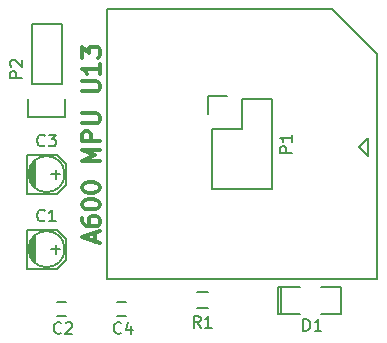
<source format=gto>
%TF.GenerationSoftware,KiCad,Pcbnew,4.0.2+dfsg1-stable*%
%TF.CreationDate,2018-11-15T01:04:14+01:00*%
%TF.ProjectId,A600MPU-Adapter,413630304D50552D416461707465722E,rev?*%
%TF.FileFunction,Legend,Top*%
%FSLAX46Y46*%
G04 Gerber Fmt 4.6, Leading zero omitted, Abs format (unit mm)*
G04 Created by KiCad (PCBNEW 4.0.2+dfsg1-stable) date Thu 15 Nov 2018 01:04:14 CET*
%MOMM*%
G01*
G04 APERTURE LIST*
%ADD10C,0.100000*%
%ADD11C,0.300000*%
%ADD12C,0.200000*%
%ADD13C,0.150000*%
G04 APERTURE END LIST*
D10*
D11*
X150110000Y-112389999D02*
X150110000Y-111675713D01*
X150538571Y-112532856D02*
X149038571Y-112032856D01*
X150538571Y-111532856D01*
X149038571Y-110389999D02*
X149038571Y-110675713D01*
X149110000Y-110818570D01*
X149181429Y-110889999D01*
X149395714Y-111032856D01*
X149681429Y-111104285D01*
X150252857Y-111104285D01*
X150395714Y-111032856D01*
X150467143Y-110961428D01*
X150538571Y-110818570D01*
X150538571Y-110532856D01*
X150467143Y-110389999D01*
X150395714Y-110318570D01*
X150252857Y-110247142D01*
X149895714Y-110247142D01*
X149752857Y-110318570D01*
X149681429Y-110389999D01*
X149610000Y-110532856D01*
X149610000Y-110818570D01*
X149681429Y-110961428D01*
X149752857Y-111032856D01*
X149895714Y-111104285D01*
X149038571Y-109318571D02*
X149038571Y-109175714D01*
X149110000Y-109032857D01*
X149181429Y-108961428D01*
X149324286Y-108889999D01*
X149610000Y-108818571D01*
X149967143Y-108818571D01*
X150252857Y-108889999D01*
X150395714Y-108961428D01*
X150467143Y-109032857D01*
X150538571Y-109175714D01*
X150538571Y-109318571D01*
X150467143Y-109461428D01*
X150395714Y-109532857D01*
X150252857Y-109604285D01*
X149967143Y-109675714D01*
X149610000Y-109675714D01*
X149324286Y-109604285D01*
X149181429Y-109532857D01*
X149110000Y-109461428D01*
X149038571Y-109318571D01*
X149038571Y-107890000D02*
X149038571Y-107747143D01*
X149110000Y-107604286D01*
X149181429Y-107532857D01*
X149324286Y-107461428D01*
X149610000Y-107390000D01*
X149967143Y-107390000D01*
X150252857Y-107461428D01*
X150395714Y-107532857D01*
X150467143Y-107604286D01*
X150538571Y-107747143D01*
X150538571Y-107890000D01*
X150467143Y-108032857D01*
X150395714Y-108104286D01*
X150252857Y-108175714D01*
X149967143Y-108247143D01*
X149610000Y-108247143D01*
X149324286Y-108175714D01*
X149181429Y-108104286D01*
X149110000Y-108032857D01*
X149038571Y-107890000D01*
X150538571Y-105604286D02*
X149038571Y-105604286D01*
X150110000Y-105104286D01*
X149038571Y-104604286D01*
X150538571Y-104604286D01*
X150538571Y-103890000D02*
X149038571Y-103890000D01*
X149038571Y-103318572D01*
X149110000Y-103175714D01*
X149181429Y-103104286D01*
X149324286Y-103032857D01*
X149538571Y-103032857D01*
X149681429Y-103104286D01*
X149752857Y-103175714D01*
X149824286Y-103318572D01*
X149824286Y-103890000D01*
X149038571Y-102390000D02*
X150252857Y-102390000D01*
X150395714Y-102318572D01*
X150467143Y-102247143D01*
X150538571Y-102104286D01*
X150538571Y-101818572D01*
X150467143Y-101675714D01*
X150395714Y-101604286D01*
X150252857Y-101532857D01*
X149038571Y-101532857D01*
X149038571Y-99675714D02*
X150252857Y-99675714D01*
X150395714Y-99604286D01*
X150467143Y-99532857D01*
X150538571Y-99390000D01*
X150538571Y-99104286D01*
X150467143Y-98961428D01*
X150395714Y-98890000D01*
X150252857Y-98818571D01*
X149038571Y-98818571D01*
X150538571Y-97318571D02*
X150538571Y-98175714D01*
X150538571Y-97747142D02*
X149038571Y-97747142D01*
X149252857Y-97889999D01*
X149395714Y-98032857D01*
X149467143Y-98175714D01*
X149038571Y-96818571D02*
X149038571Y-95890000D01*
X149610000Y-96390000D01*
X149610000Y-96175714D01*
X149681429Y-96032857D01*
X149752857Y-95961428D01*
X149895714Y-95890000D01*
X150252857Y-95890000D01*
X150395714Y-95961428D01*
X150467143Y-96032857D01*
X150538571Y-96175714D01*
X150538571Y-96604286D01*
X150467143Y-96747143D01*
X150395714Y-96818571D01*
D12*
X173228000Y-105156000D02*
X173228000Y-103632000D01*
X172466000Y-104394000D02*
X173228000Y-105156000D01*
X173228000Y-103632000D02*
X172466000Y-104394000D01*
X151130000Y-115570000D02*
X151130000Y-92710000D01*
X173990000Y-115570000D02*
X151130000Y-115570000D01*
X173990000Y-96520000D02*
X173990000Y-115570000D01*
X170180000Y-92710000D02*
X173990000Y-96520000D01*
X151130000Y-92710000D02*
X170180000Y-92710000D01*
D13*
X144399000Y-111379000D02*
X144399000Y-114681000D01*
X144399000Y-114681000D02*
X146939000Y-114681000D01*
X146939000Y-114681000D02*
X147701000Y-113919000D01*
X147701000Y-113919000D02*
X147701000Y-112141000D01*
X147701000Y-112141000D02*
X146939000Y-111379000D01*
X146939000Y-111379000D02*
X144399000Y-111379000D01*
X144653000Y-112522000D02*
X144653000Y-113538000D01*
X144780000Y-112268000D02*
X144780000Y-113792000D01*
X144907000Y-112014000D02*
X144907000Y-114046000D01*
X145034000Y-111887000D02*
X145034000Y-114173000D01*
X147193000Y-113030000D02*
X146431000Y-113030000D01*
X146812000Y-112649000D02*
X146812000Y-113411000D01*
X147574000Y-113030000D02*
G75*
G03X147574000Y-113030000I-1524000J0D01*
G01*
X147670000Y-118710000D02*
X146970000Y-118710000D01*
X146970000Y-117510000D02*
X147670000Y-117510000D01*
X144399000Y-105029000D02*
X144399000Y-108331000D01*
X144399000Y-108331000D02*
X146939000Y-108331000D01*
X146939000Y-108331000D02*
X147701000Y-107569000D01*
X147701000Y-107569000D02*
X147701000Y-105791000D01*
X147701000Y-105791000D02*
X146939000Y-105029000D01*
X146939000Y-105029000D02*
X144399000Y-105029000D01*
X144653000Y-106172000D02*
X144653000Y-107188000D01*
X144780000Y-105918000D02*
X144780000Y-107442000D01*
X144907000Y-105664000D02*
X144907000Y-107696000D01*
X145034000Y-105537000D02*
X145034000Y-107823000D01*
X147193000Y-106680000D02*
X146431000Y-106680000D01*
X146812000Y-106299000D02*
X146812000Y-107061000D01*
X147574000Y-106680000D02*
G75*
G03X147574000Y-106680000I-1524000J0D01*
G01*
X152750000Y-118710000D02*
X152050000Y-118710000D01*
X152050000Y-117510000D02*
X152750000Y-117510000D01*
X165862000Y-116205000D02*
X165608000Y-116205000D01*
X165608000Y-116205000D02*
X165608000Y-118491000D01*
X165608000Y-118491000D02*
X165862000Y-118491000D01*
X165862000Y-116205000D02*
X165862000Y-118491000D01*
X165862000Y-118491000D02*
X167513000Y-118491000D01*
X169291000Y-116205000D02*
X170942000Y-116205000D01*
X170942000Y-116205000D02*
X170942000Y-118491000D01*
X170942000Y-118491000D02*
X169291000Y-118491000D01*
X167513000Y-116205000D02*
X165862000Y-116205000D01*
X147320000Y-99060000D02*
X147320000Y-93980000D01*
X147320000Y-93980000D02*
X144780000Y-93980000D01*
X144780000Y-93980000D02*
X144780000Y-99060000D01*
X144500000Y-101880000D02*
X144500000Y-100330000D01*
X144780000Y-99060000D02*
X147320000Y-99060000D01*
X147600000Y-100330000D02*
X147600000Y-101880000D01*
X147600000Y-101880000D02*
X144500000Y-101880000D01*
X158758000Y-116673000D02*
X159758000Y-116673000D01*
X159758000Y-118023000D02*
X158758000Y-118023000D01*
X160020000Y-102870000D02*
X160020000Y-107950000D01*
X159740000Y-100050000D02*
X161290000Y-100050000D01*
X162560000Y-100330000D02*
X162560000Y-102870000D01*
X162560000Y-102870000D02*
X160020000Y-102870000D01*
X160020000Y-107950000D02*
X165100000Y-107950000D01*
X165100000Y-107950000D02*
X165100000Y-102870000D01*
X159740000Y-100050000D02*
X159740000Y-101600000D01*
X165100000Y-100330000D02*
X162560000Y-100330000D01*
X165100000Y-102870000D02*
X165100000Y-100330000D01*
X145883334Y-110593143D02*
X145835715Y-110640762D01*
X145692858Y-110688381D01*
X145597620Y-110688381D01*
X145454762Y-110640762D01*
X145359524Y-110545524D01*
X145311905Y-110450286D01*
X145264286Y-110259810D01*
X145264286Y-110116952D01*
X145311905Y-109926476D01*
X145359524Y-109831238D01*
X145454762Y-109736000D01*
X145597620Y-109688381D01*
X145692858Y-109688381D01*
X145835715Y-109736000D01*
X145883334Y-109783619D01*
X146835715Y-110688381D02*
X146264286Y-110688381D01*
X146550000Y-110688381D02*
X146550000Y-109688381D01*
X146454762Y-109831238D01*
X146359524Y-109926476D01*
X146264286Y-109974095D01*
X147280334Y-120118143D02*
X147232715Y-120165762D01*
X147089858Y-120213381D01*
X146994620Y-120213381D01*
X146851762Y-120165762D01*
X146756524Y-120070524D01*
X146708905Y-119975286D01*
X146661286Y-119784810D01*
X146661286Y-119641952D01*
X146708905Y-119451476D01*
X146756524Y-119356238D01*
X146851762Y-119261000D01*
X146994620Y-119213381D01*
X147089858Y-119213381D01*
X147232715Y-119261000D01*
X147280334Y-119308619D01*
X147661286Y-119308619D02*
X147708905Y-119261000D01*
X147804143Y-119213381D01*
X148042239Y-119213381D01*
X148137477Y-119261000D01*
X148185096Y-119308619D01*
X148232715Y-119403857D01*
X148232715Y-119499095D01*
X148185096Y-119641952D01*
X147613667Y-120213381D01*
X148232715Y-120213381D01*
X145883334Y-104243143D02*
X145835715Y-104290762D01*
X145692858Y-104338381D01*
X145597620Y-104338381D01*
X145454762Y-104290762D01*
X145359524Y-104195524D01*
X145311905Y-104100286D01*
X145264286Y-103909810D01*
X145264286Y-103766952D01*
X145311905Y-103576476D01*
X145359524Y-103481238D01*
X145454762Y-103386000D01*
X145597620Y-103338381D01*
X145692858Y-103338381D01*
X145835715Y-103386000D01*
X145883334Y-103433619D01*
X146216667Y-103338381D02*
X146835715Y-103338381D01*
X146502381Y-103719333D01*
X146645239Y-103719333D01*
X146740477Y-103766952D01*
X146788096Y-103814571D01*
X146835715Y-103909810D01*
X146835715Y-104147905D01*
X146788096Y-104243143D01*
X146740477Y-104290762D01*
X146645239Y-104338381D01*
X146359524Y-104338381D01*
X146264286Y-104290762D01*
X146216667Y-104243143D01*
X152360334Y-120118143D02*
X152312715Y-120165762D01*
X152169858Y-120213381D01*
X152074620Y-120213381D01*
X151931762Y-120165762D01*
X151836524Y-120070524D01*
X151788905Y-119975286D01*
X151741286Y-119784810D01*
X151741286Y-119641952D01*
X151788905Y-119451476D01*
X151836524Y-119356238D01*
X151931762Y-119261000D01*
X152074620Y-119213381D01*
X152169858Y-119213381D01*
X152312715Y-119261000D01*
X152360334Y-119308619D01*
X153217477Y-119546714D02*
X153217477Y-120213381D01*
X152979381Y-119165762D02*
X152741286Y-119880048D01*
X153360334Y-119880048D01*
X167790905Y-119959381D02*
X167790905Y-118959381D01*
X168029000Y-118959381D01*
X168171858Y-119007000D01*
X168267096Y-119102238D01*
X168314715Y-119197476D01*
X168362334Y-119387952D01*
X168362334Y-119530810D01*
X168314715Y-119721286D01*
X168267096Y-119816524D01*
X168171858Y-119911762D01*
X168029000Y-119959381D01*
X167790905Y-119959381D01*
X169314715Y-119959381D02*
X168743286Y-119959381D01*
X169029000Y-119959381D02*
X169029000Y-118959381D01*
X168933762Y-119102238D01*
X168838524Y-119197476D01*
X168743286Y-119245095D01*
X143962381Y-98528095D02*
X142962381Y-98528095D01*
X142962381Y-98147142D01*
X143010000Y-98051904D01*
X143057619Y-98004285D01*
X143152857Y-97956666D01*
X143295714Y-97956666D01*
X143390952Y-98004285D01*
X143438571Y-98051904D01*
X143486190Y-98147142D01*
X143486190Y-98528095D01*
X143057619Y-97575714D02*
X143010000Y-97528095D01*
X142962381Y-97432857D01*
X142962381Y-97194761D01*
X143010000Y-97099523D01*
X143057619Y-97051904D01*
X143152857Y-97004285D01*
X143248095Y-97004285D01*
X143390952Y-97051904D01*
X143962381Y-97623333D01*
X143962381Y-97004285D01*
X159091334Y-119700381D02*
X158758000Y-119224190D01*
X158519905Y-119700381D02*
X158519905Y-118700381D01*
X158900858Y-118700381D01*
X158996096Y-118748000D01*
X159043715Y-118795619D01*
X159091334Y-118890857D01*
X159091334Y-119033714D01*
X159043715Y-119128952D01*
X158996096Y-119176571D01*
X158900858Y-119224190D01*
X158519905Y-119224190D01*
X160043715Y-119700381D02*
X159472286Y-119700381D01*
X159758000Y-119700381D02*
X159758000Y-118700381D01*
X159662762Y-118843238D01*
X159567524Y-118938476D01*
X159472286Y-118986095D01*
X166822381Y-104878095D02*
X165822381Y-104878095D01*
X165822381Y-104497142D01*
X165870000Y-104401904D01*
X165917619Y-104354285D01*
X166012857Y-104306666D01*
X166155714Y-104306666D01*
X166250952Y-104354285D01*
X166298571Y-104401904D01*
X166346190Y-104497142D01*
X166346190Y-104878095D01*
X166822381Y-103354285D02*
X166822381Y-103925714D01*
X166822381Y-103640000D02*
X165822381Y-103640000D01*
X165965238Y-103735238D01*
X166060476Y-103830476D01*
X166108095Y-103925714D01*
M02*

</source>
